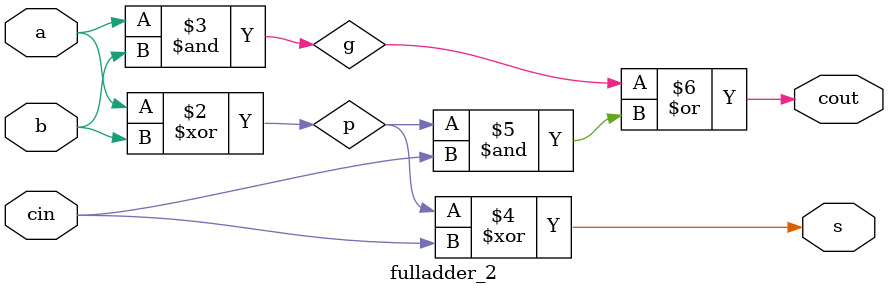
<source format=sv>
/*
	full adder
	module name:
	1) fulladder
	2) fulladder_2
*/
module fulladder
(
	input logic a, b, cin,
	output logic s, cout
);
	logic p, g;
	assign p = a ^ b;
	assign g = a & b;
	assign s = p ^ cin;
	assign cout = g | (p & cin);
endmodule

/*
In SystemVerilog, [internal signals] are usually declared as
logic.

*/

module fulladder_2
(
	input logic a, b, cin,
	output logic s, cout
);
	logic p, g;
	always_comb
		begin
		p = a ^ b; 									// blocking
		g = a & b;									  // blocking
		s = p ^ cin; 								// blocking
		cout = g | (p & cin); 	// blocking
		end
endmodule

/*
In this case, [always @(a, b, cin)] would have been equivalent
to [always_comb]. However, [always_comb] is better because it
avoids common mistakes of missing signals in the sensitivity
list.

it is best to use blocking assignments for combinational logic.
*/
</source>
